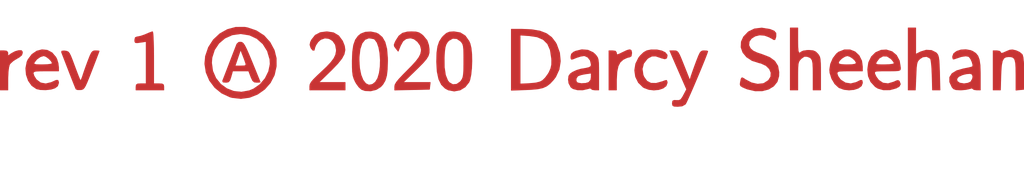
<source format=kicad_pcb>

(kicad_pcb (version 4) (host pcbnew 4.0.7)

	(general
		(links 0)
		(no_connects 0)
		(area 77.052499 41.877835 92.193313 53.630501)
		(thickness 1.6)
		(drawings 8)
		(tracks 0)
		(zones 0)
		(modules 1)
		(nets 1)
	)

	(page A4)
	(layers
		(0 F.Cu signal)
		(31 B.Cu signal)
		(32 B.Adhes user)
		(33 F.Adhes user)
		(34 B.Paste user)
		(35 F.Paste user)
		(36 B.SilkS user)
		(37 F.SilkS user)
		(38 B.Mask user)
		(39 F.Mask user)
		(40 Dwgs.User user)
		(41 Cmts.User user)
		(42 Eco1.User user)
		(43 Eco2.User user)
		(44 Edge.Cuts user)
		(45 Margin user)
		(46 B.CrtYd user)
		(47 F.CrtYd user)
		(48 B.Fab user)
		(49 F.Fab user)
	)

	(setup
		(last_trace_width 0.25)
		(trace_clearance 0.2)
		(zone_clearance 0.508)
		(zone_45_only no)
		(trace_min 0.2)
		(segment_width 0.2)
		(edge_width 0.15)
		(via_size 0.6)
		(via_drill 0.4)
		(via_min_size 0.4)
		(via_min_drill 0.3)
		(uvia_size 0.3)
		(uvia_drill 0.1)
		(uvias_allowed no)
		(uvia_min_size 0.2)
		(uvia_min_drill 0.1)
		(pcb_text_width 0.3)
		(pcb_text_size 1.5 1.5)
		(mod_edge_width 0.15)
		(mod_text_size 1 1)
		(mod_text_width 0.15)
		(pad_size 1.524 1.524)
		(pad_drill 0.762)
		(pad_to_mask_clearance 0.2)
		(aux_axis_origin 0 0)
		(visible_elements FFFFFF7F)
		(pcbplotparams
			(layerselection 0x010f0_80000001)
			(usegerberextensions false)
			(excludeedgelayer true)
			(linewidth 0.100000)
			(plotframeref false)
			(viasonmask false)
			(mode 1)
			(useauxorigin false)
			(hpglpennumber 1)
			(hpglpenspeed 20)
			(hpglpendiameter 15)
			(hpglpenoverlay 2)
			(psnegative false)
			(psa4output false)
			(plotreference true)
			(plotvalue true)
			(plotinvisibletext false)
			(padsonsilk false)
			(subtractmaskfromsilk false)
			(outputformat 1)
			(mirror false)
			(drillshape 1)
			(scaleselection 1)
			(outputdirectory gerbers/))
	)

	(net 0 "")

	(net_class Default "This is the default net class."
		(clearance 0.2)
		(trace_width 0.25)
		(via_dia 0.6)
		(via_drill 0.4)
		(uvia_dia 0.3)
		(uvia_drill 0.1)
	)
(module LOGO (layer F.Cu)
  (at 0 0)
 (fp_text reference "G***" (at 0 0) (layer F.SilkS) hide
  (effects (font (thickness 0.3)))
  )
  (fp_text value "LOGO" (at 0.75 0) (layer F.SilkS) hide
  (effects (font (thickness 0.3)))
  )
)
(module LOGO (layer F.Cu)
  (at 0 0)
 (fp_text reference "G***" (at 0 0) (layer F.SilkS) hide
  (effects (font (thickness 0.3)))
  )
  (fp_text value "LOGO" (at 0.75 0) (layer F.SilkS) hide
  (effects (font (thickness 0.3)))
  )
)
(module LOGO (layer F.Cu)
  (at 0 0)
 (fp_text reference "G***" (at 0 0) (layer F.SilkS) hide
  (effects (font (thickness 0.3)))
  )
  (fp_text value "LOGO" (at 0.75 0) (layer F.SilkS) hide
  (effects (font (thickness 0.3)))
  )
)
(module LOGO (layer F.Cu)
  (at 0 0)
 (fp_text reference "G***" (at 0 0) (layer F.SilkS) hide
  (effects (font (thickness 0.3)))
  )
  (fp_text value "LOGO" (at 0.75 0) (layer F.SilkS) hide
  (effects (font (thickness 0.3)))
  )
  (fp_poly (pts (xy 2.278845 -0.570295) (xy 2.301572 -0.562389) (xy 2.321982 -0.541345) (xy 2.344465 -0.500726) (xy 2.373411 -0.434096) (xy 2.413208 -0.335018) (xy 2.416743 -0.326126) (xy 2.514259 -0.080752)
     (xy 2.540310 -0.162084) (xy 2.560589 -0.221562) (xy 2.590296 -0.304176) (xy 2.623544 -0.393599) (xy 2.628802 -0.407458) (xy 2.660627 -0.488210) (xy 2.684467 -0.536998) (xy 2.706372 -0.561800)
     (xy 2.732391 -0.570591) (xy 2.753205 -0.571500) (xy 2.797162 -0.568999) (xy 2.815167 -0.563078) (xy 2.807117 -0.535487) (xy 2.784953 -0.476210) (xy 2.751651 -0.392290) (xy 2.710190 -0.290771)
     (xy 2.663545 -0.178695) (xy 2.614696 -0.063107) (xy 2.566618 0.048951) (xy 2.522289 0.150435) (xy 2.484686 0.234301) (xy 2.456787 0.293506) (xy 2.441568 0.321008) (xy 2.441358 0.321248)
     (xy 2.387492 0.351712) (xy 2.314470 0.359834) (xy 2.257027 0.357508) (xy 2.230304 0.345990) (xy 2.222753 0.318464) (xy 2.222500 0.305563) (xy 2.227449 0.268732) (xy 2.250841 0.256297)
     (xy 2.291292 0.257938) (xy 2.334359 0.258109) (xy 2.364230 0.242180) (xy 2.393112 0.201065) (xy 2.410477 0.169205) (xy 2.460871 0.073827) (xy 2.349653 -0.180045) (xy 2.304981 -0.282142)
     (xy 2.263904 -0.376248) (xy 2.230782 -0.452357) (xy 2.209977 -0.500468) (xy 2.209018 -0.502708) (xy 2.179599 -0.571500) (xy 2.249413 -0.571500) (xy 2.278845 -0.570295) )(layer F.Cu) (width  0.010000)
  )
  (fp_poly (pts (xy -4.871885 -0.956512) (xy -4.721491 -0.905789) (xy -4.593296 -0.823265) (xy -4.493829 -0.713155) (xy -4.492913 -0.711797) (xy -4.421648 -0.579202) (xy -4.388202 -0.444665) (xy -4.387729 -0.312133)
     (xy -4.420671 -0.164749) (xy -4.487739 -0.035082) (xy -4.583040 0.072956) (xy -4.700678 0.155449) (xy -4.834761 0.208482) (xy -4.979394 0.228143) (xy -5.128682 0.210515) (xy -5.160998 0.201421)
     (xy -5.299565 0.137701) (xy -5.414993 0.043802) (xy -5.503335 -0.073714) (xy -5.560648 -0.208286) (xy -5.582987 -0.353353) (xy -5.581427 -0.370416) (xy -5.468462 -0.370416) (xy -5.449504 -0.232483)
     (xy -5.396923 -0.112141) (xy -5.316702 -0.013105) (xy -5.214825 0.060912) (xy -5.097275 0.106196) (xy -4.970035 0.119035) (xy -4.839090 0.095714) (xy -4.766222 0.065399) (xy -4.659536 -0.009502)
     (xy -4.574776 -0.109579) (xy -4.517212 -0.225269) (xy -4.492113 -0.347006) (xy -4.495800 -0.425452) (xy -4.537637 -0.566559) (xy -4.611534 -0.684122) (xy -4.712752 -0.774001) (xy -4.836549 -0.832055)
     (xy -4.978186 -0.854143) (xy -4.986701 -0.854233) (xy -5.124479 -0.835069) (xy -5.246160 -0.780321) (xy -5.346407 -0.695346) (xy -5.419887 -0.585502) (xy -5.461265 -0.456148) (xy -5.468462 -0.370416)
     (xy -5.581427 -0.370416) (xy -5.571307 -0.481080) (xy -5.520863 -0.628558) (xy -5.439222 -0.754470) (xy -5.332153 -0.854894) (xy -5.205430 -0.925905) (xy -5.064821 -0.963582) (xy -4.916100 -0.964002)
     (xy -4.871885 -0.956512) )(layer F.Cu) (width  0.010000)
  )
  (fp_poly (pts (xy -2.722767 -0.869462) (xy -2.685691 -0.852421) (xy -2.619305 -0.795897) (xy -2.572361 -0.713948) (xy -2.543363 -0.602247) (xy -2.530816 -0.456470) (xy -2.530031 -0.402166) (xy -2.533718 -0.262188)
     (xy -2.546484 -0.155686) (xy -2.570536 -0.074363) (xy -2.608082 -0.009925) (xy -2.645333 0.031271) (xy -2.720481 0.077964) (xy -2.813376 0.100452) (xy -2.906874 0.096407) (xy -2.966533 0.074871)
     (xy -3.008548 0.037430) (xy -3.052581 -0.022332) (xy -3.072367 -0.057788) (xy -3.094523 -0.107773) (xy -3.108944 -0.157197) (xy -3.117178 -0.216962) (xy -3.120774 -0.297969) (xy -3.121315 -0.402166)
     (xy -3.120686 -0.419083) (xy -3.005548 -0.419083) (xy -2.997485 -0.282111) (xy -2.974623 -0.168273) (xy -2.939385 -0.080861) (xy -2.894198 -0.023167) (xy -2.841484 0.001516) (xy -2.783669 -0.010103)
     (xy -2.733533 -0.049687) (xy -2.695740 -0.112133) (xy -2.669870 -0.200060) (xy -2.655551 -0.304470) (xy -2.652414 -0.416365) (xy -2.660088 -0.526746) (xy -2.678202 -0.626615) (xy -2.706385 -0.706973)
     (xy -2.744268 -0.758823) (xy -2.763198 -0.770018) (xy -2.842349 -0.783152) (xy -2.907185 -0.757683) (xy -2.956587 -0.695233) (xy -2.989435 -0.597424) (xy -3.004609 -0.465877) (xy -3.005548 -0.419083)
     (xy -3.120686 -0.419083) (xy -3.115748 -0.551769) (xy -3.098753 -0.666452) (xy -3.068281 -0.752574) (xy -3.022286 -0.816496) (xy -2.975881 -0.854017) (xy -2.901690 -0.881693) (xy -2.810926 -0.886806)
     (xy -2.722767 -0.869462) )(layer F.Cu) (width  0.010000)
  )
  (fp_poly (pts (xy -1.316774 -0.871978) (xy -1.233903 -0.819932) (xy -1.171317 -0.731391) (xy -1.152774 -0.688744) (xy -1.134888 -0.613953) (xy -1.124885 -0.512602) (xy -1.122412 -0.396836) (xy -1.127119 -0.278803)
     (xy -1.138652 -0.170650) (xy -1.156662 -0.084526) (xy -1.171364 -0.046689) (xy -1.236322 0.035063) (xy -1.321959 0.085965) (xy -1.418554 0.103460) (xy -1.516387 0.084992) (xy -1.568495 0.057719)
     (xy -1.632356 -0.005290) (xy -1.677107 -0.097760) (xy -1.703780 -0.222894) (xy -1.713408 -0.383896) (xy -1.713455 -0.391583) (xy -1.711577 -0.457628) (xy -1.584113 -0.457628) (xy -1.582324 -0.292215)
     (xy -1.563226 -0.164472) (xy -1.526607 -0.073341) (xy -1.500434 -0.039934) (xy -1.441895 -0.006878) (xy -1.377815 -0.011903) (xy -1.317735 -0.053535) (xy -1.303843 -0.070313) (xy -1.285271 -0.099374)
     (xy -1.272688 -0.133197) (xy -1.264959 -0.180264) (xy -1.260949 -0.249051) (xy -1.259520 -0.348040) (xy -1.259416 -0.401942) (xy -1.259835 -0.514348) (xy -1.261975 -0.592733) (xy -1.267161 -0.645406)
     (xy -1.276720 -0.680676) (xy -1.291976 -0.706853) (xy -1.311667 -0.729500) (xy -1.376046 -0.773095) (xy -1.444122 -0.776486) (xy -1.508232 -0.740249) (xy -1.532490 -0.712873) (xy -1.555180 -0.674213)
     (xy -1.569950 -0.624676) (xy -1.578963 -0.553568) (xy -1.584113 -0.457628) (xy -1.711577 -0.457628) (xy -1.709444 -0.532640) (xy -1.694518 -0.640761) (xy -1.666379 -0.724457) (xy -1.622730 -0.792239)
     (xy -1.598018 -0.819215) (xy -1.547912 -0.862868) (xy -1.499734 -0.883390) (xy -1.432867 -0.888950) (xy -1.421907 -0.889000) (xy -1.316774 -0.871978) )(layer F.Cu) (width  0.010000)
  )
  (fp_poly (pts (xy 3.850043 -0.929472) (xy 3.857373 -0.927323) (xy 3.923232 -0.900267) (xy 3.953077 -0.864455) (xy 3.953225 -0.810649) (xy 3.949267 -0.792922) (xy 3.936602 -0.756225) (xy 3.916624 -0.754477)
     (xy 3.888776 -0.772327) (xy 3.835903 -0.800420) (xy 3.769786 -0.824769) (xy 3.763149 -0.826632) (xy 3.681791 -0.833900) (xy 3.606047 -0.815651) (xy 3.544725 -0.777689) (xy 3.506635 -0.725813)
     (xy 3.500586 -0.665827) (xy 3.503297 -0.655492) (xy 3.527347 -0.607369) (xy 3.570033 -0.569480) (xy 3.639593 -0.536338) (xy 3.724307 -0.508306) (xy 3.847763 -0.459903) (xy 3.933213 -0.397445)
     (xy 3.983793 -0.316847) (xy 4.002639 -0.214022) (xy 4.000755 -0.148166) (xy 3.973859 -0.054433) (xy 3.914584 0.019676) (xy 3.829235 0.071721) (xy 3.724120 0.099265) (xy 3.605547 0.099868)
     (xy 3.479821 0.071094) (xy 3.456226 0.062334) (xy 3.393716 0.036134) (xy 3.362382 0.014949) (xy 3.353709 -0.010930) (xy 3.358725 -0.048818) (xy 3.370696 -0.103503) (xy 3.385683 -0.121933)
     (xy 3.414843 -0.109397) (xy 3.443851 -0.089164) (xy 3.543501 -0.036345) (xy 3.645864 -0.013732) (xy 3.738988 -0.023625) (xy 3.754606 -0.029350) (xy 3.827516 -0.076488) (xy 3.865329 -0.136835)
     (xy 3.869905 -0.202958) (xy 3.843108 -0.267424) (xy 3.786798 -0.322802) (xy 3.702838 -0.361659) (xy 3.669369 -0.369592) (xy 3.553219 -0.406646) (xy 3.462151 -0.466098) (xy 3.399590 -0.542167)
     (xy 3.368963 -0.629075) (xy 3.373696 -0.721039) (xy 3.411678 -0.804333) (xy 3.491604 -0.887481) (xy 3.594212 -0.936855) (xy 3.715145 -0.951253) (xy 3.850043 -0.929472) )(layer F.Cu) (width  0.010000)
  )
  (fp_poly (pts (xy -8.643144 -0.574964) (xy -8.626862 -0.554808) (xy -8.625416 -0.534856) (xy -8.638191 -0.497239) (xy -8.681244 -0.461314) (xy -8.720595 -0.439606) (xy -8.782246 -0.400698) (xy -8.829408 -0.357143)
     (xy -8.841991 -0.338666) (xy -8.854445 -0.292300) (xy -8.863691 -0.216698) (xy -8.868274 -0.124921) (xy -8.868521 -0.100541) (xy -8.868833 0.084667) (xy -8.995833 0.084667) (xy -8.995833 -0.571500)
     (xy -8.932333 -0.571500) (xy -8.886084 -0.565032) (xy -8.869638 -0.540463) (xy -8.868833 -0.527725) (xy -8.868833 -0.483951) (xy -8.809371 -0.526291) (xy -8.748299 -0.558488) (xy -8.687663 -0.575357)
     (xy -8.643144 -0.574964) )(layer F.Cu) (width  0.010000)
  )
  (fp_poly (pts (xy -8.211280 -0.579743) (xy -8.131733 -0.538218) (xy -8.068446 -0.464288) (xy -8.050995 -0.429305) (xy -8.030428 -0.361392) (xy -8.022166 -0.297013) (xy -8.022166 -0.232833) (xy -8.233833 -0.232833)
     (xy -8.330307 -0.232201) (xy -8.392082 -0.229327) (xy -8.426787 -0.222744) (xy -8.442050 -0.210985) (xy -8.445499 -0.192583) (xy -8.445500 -0.192124) (xy -8.432422 -0.150260) (xy -8.400047 -0.097993)
     (xy -8.390702 -0.086291) (xy -8.322089 -0.034990) (xy -8.237337 -0.019941) (xy -8.143559 -0.042017) (xy -8.120289 -0.053047) (xy -8.063506 -0.078825) (xy -8.033698 -0.078983) (xy -8.022925 -0.051841)
     (xy -8.022166 -0.032293) (xy -8.039012 0.017878) (xy -8.084615 0.052373) (xy -8.152583 0.073167) (xy -8.240956 0.082344) (xy -8.329210 0.079097) (xy -8.392583 0.064473) (xy -8.470361 0.010928)
     (xy -8.528115 -0.070981) (xy -8.562850 -0.170857) (xy -8.571569 -0.278306) (xy -8.555915 -0.359007) (xy -8.433479 -0.359007) (xy -8.426352 -0.346697) (xy -8.395985 -0.340719) (xy -8.334828 -0.338806)
     (xy -8.287495 -0.338666) (xy -8.202728 -0.341446) (xy -8.147423 -0.349191) (xy -8.128000 -0.360795) (xy -8.144286 -0.395715) (xy -8.183249 -0.437112) (xy -8.230046 -0.471858) (xy -8.269834 -0.486826)
     (xy -8.270495 -0.486833) (xy -8.327455 -0.470227) (xy -8.385798 -0.428881) (xy -8.424914 -0.379914) (xy -8.433479 -0.359007) (xy -8.555915 -0.359007) (xy -8.551274 -0.382932) (xy -8.533307 -0.423663)
     (xy -8.468102 -0.510825) (xy -8.387403 -0.565954) (xy -8.299150 -0.588958) (xy -8.211280 -0.579743) )(layer F.Cu) (width  0.010000)
  )
  (fp_poly (pts (xy -7.362658 -0.569638) (xy -7.344833 -0.565262) (xy -7.352101 -0.544455) (xy -7.372185 -0.490977) (xy -7.402508 -0.411588) (xy -7.440493 -0.313051) (xy -7.467864 -0.242470) (xy -7.514161 -0.124147)
     (xy -7.548727 -0.039544) (xy -7.574959 0.017159) (xy -7.596252 0.051780) (xy -7.616002 0.070138) (xy -7.637604 0.078053) (xy -7.656378 0.080568) (xy -7.705260 0.080192) (xy -7.732073 0.070268)
     (xy -7.732255 0.069985) (xy -7.743246 0.045060) (xy -7.766400 -0.011865) (xy -7.798714 -0.093269) (xy -7.837183 -0.191629) (xy -7.853157 -0.232833) (xy -7.893393 -0.336856) (xy -7.928654 -0.427981)
     (xy -7.955888 -0.498324) (xy -7.972043 -0.540000) (xy -7.974610 -0.546596) (xy -7.970572 -0.565306) (xy -7.933580 -0.569165) (xy -7.915404 -0.567763) (xy -7.885220 -0.563354) (xy -7.862078 -0.552433)
     (xy -7.841565 -0.528157) (xy -7.819271 -0.483684) (xy -7.790784 -0.412171) (xy -7.757743 -0.323214) (xy -7.722837 -0.229911) (xy -7.692588 -0.151864) (xy -7.670246 -0.097274) (xy -7.659092 -0.074369)
     (xy -7.647029 -0.085404) (xy -7.629641 -0.126253) (xy -7.621962 -0.149964) (xy -7.601741 -0.211839) (xy -7.571891 -0.296615) (xy -7.538250 -0.387784) (xy -7.532051 -0.404101) (xy -7.499785 -0.485833)
     (xy -7.475701 -0.535538) (xy -7.453882 -0.561105) (xy -7.428410 -0.570421) (xy -7.406480 -0.571500) (xy -7.362658 -0.569638) )(layer F.Cu) (width  0.010000)
  )
  (fp_poly (pts (xy -6.447826 -0.868864) (xy -6.442830 -0.812575) (xy -6.438801 -0.726312) (xy -6.436009 -0.616253) (xy -6.434722 -0.488576) (xy -6.434666 -0.455083) (xy -6.434666 -0.021166) (xy -6.350000 -0.021166)
     (xy -6.295451 -0.018278) (xy -6.271205 -0.004655) (xy -6.265363 0.027142) (xy -6.265333 0.031750) (xy -6.265333 0.084667) (xy -6.731000 0.084667) (xy -6.731000 0.031750) (xy -6.726379 -0.002343)
     (xy -6.704581 -0.017496) (xy -6.653706 -0.021148) (xy -6.646333 -0.021166) (xy -6.561666 -0.021166) (xy -6.561666 -0.724473) (xy -6.656916 -0.710190) (xy -6.715191 -0.702979) (xy -6.742993 -0.707663)
     (xy -6.751569 -0.728957) (xy -6.752166 -0.750120) (xy -6.743317 -0.791668) (xy -6.710261 -0.804633) (xy -6.704541 -0.804798) (xy -6.656669 -0.813704) (xy -6.591860 -0.835601) (xy -6.564647 -0.847131)
     (xy -6.506467 -0.871867) (xy -6.464047 -0.886896) (xy -6.453522 -0.889000) (xy -6.447826 -0.868864) )(layer F.Cu) (width  0.010000)
  )
  (fp_poly (pts (xy -3.433457 -0.872479) (xy -3.347327 -0.822055) (xy -3.283915 -0.736435) (xy -3.280384 -0.729321) (xy -3.250197 -0.652992) (xy -3.240670 -0.583757) (xy -3.254349 -0.515430) (xy -3.293783 -0.441825)
     (xy -3.361523 -0.356755) (xy -3.460116 -0.254036) (xy -3.487139 -0.227541) (xy -3.677549 -0.042333) (xy -3.238500 -0.042333) (xy -3.238500 0.084667) (xy -3.831166 0.084667) (xy -3.831166 0.022631)
     (xy -3.825684 -0.010227) (xy -3.805831 -0.046758) (xy -3.766499 -0.093397) (xy -3.702579 -0.156579) (xy -3.650511 -0.204911) (xy -3.547790 -0.302125) (xy -3.474493 -0.380143) (xy -3.426259 -0.445280)
     (xy -3.398729 -0.503849) (xy -3.387542 -0.562165) (xy -3.386666 -0.586987) (xy -3.402964 -0.671922) (xy -3.445949 -0.735291) (xy -3.506758 -0.773286) (xy -3.576527 -0.782099) (xy -3.646393 -0.757922)
     (xy -3.691702 -0.718042) (xy -3.727132 -0.666220) (xy -3.745697 -0.620106) (xy -3.746500 -0.612209) (xy -3.755894 -0.577238) (xy -3.778628 -0.577090) (xy -3.806534 -0.610127) (xy -3.814500 -0.625841)
     (xy -3.827418 -0.670280) (xy -3.818291 -0.715235) (xy -3.799249 -0.754476) (xy -3.738803 -0.830862) (xy -3.655057 -0.874935) (xy -3.544442 -0.889000) (xy -3.433457 -0.872479) )(layer F.Cu) (width  0.010000)
  )
  (fp_poly (pts (xy -2.057937 -0.886078) (xy -2.007003 -0.873058) (xy -1.961781 -0.843559) (xy -1.934447 -0.819567) (xy -1.871209 -0.742787) (xy -1.844614 -0.666109) (xy -1.835052 -0.595560) (xy -1.835686 -0.538203)
     (xy -1.850457 -0.486305) (xy -1.883304 -0.432136) (xy -1.938167 -0.367963) (xy -2.018986 -0.286054) (xy -2.057282 -0.248708) (xy -2.269956 -0.042333) (xy -1.817521 -0.042333) (xy -1.824219 0.015875)
     (xy -1.830916 0.074084) (xy -2.121958 0.079972) (xy -2.413000 0.085861) (xy -2.413000 0.026615) (xy -2.406303 -0.006046) (xy -2.383291 -0.046376) (xy -2.339576 -0.100070) (xy -2.270774 -0.172822)
     (xy -2.220984 -0.222691) (xy -2.123842 -0.321141) (xy -2.054432 -0.398093) (xy -2.008506 -0.459783) (xy -1.981812 -0.512448) (xy -1.970102 -0.562325) (xy -1.968500 -0.593244) (xy -1.986146 -0.660025)
     (xy -2.031006 -0.722445) (xy -2.090967 -0.767699) (xy -2.148180 -0.783166) (xy -2.221104 -0.771181) (xy -2.274061 -0.730709) (xy -2.315744 -0.654977) (xy -2.317125 -0.651555) (xy -2.353342 -0.561042)
     (xy -2.393284 -0.610369) (xy -2.417140 -0.643304) (xy -2.421821 -0.670976) (xy -2.407116 -0.710323) (xy -2.391647 -0.741199) (xy -2.341884 -0.818699) (xy -2.282375 -0.864701) (xy -2.201756 -0.885693)
     (xy -2.132813 -0.889000) (xy -2.057937 -0.886078) )(layer F.Cu) (width  0.010000)
  )
  (fp_poly (pts (xy -0.125512 -0.923900) (xy 0.013467 -0.900123) (xy 0.122894 -0.857782) (xy 0.207944 -0.794659) (xy 0.273794 -0.708535) (xy 0.290144 -0.678734) (xy 0.340850 -0.539225) (xy 0.355044 -0.396766)
     (xy 0.333408 -0.259475) (xy 0.276625 -0.135470) (xy 0.240391 -0.086869) (xy 0.182818 -0.025150) (xy 0.126854 0.018572) (xy 0.063101 0.047741) (xy -0.017844 0.065796) (xy -0.125380 0.076179)
     (xy -0.216958 0.080556) (xy -0.465666 0.089885) (xy -0.465666 -0.016539) (xy -0.317500 -0.016539) (xy -0.159824 -0.024502) (xy -0.058984 -0.033704) (xy 0.011033 -0.050949) (xy 0.057135 -0.075679)
     (xy 0.103189 -0.121233) (xy 0.149763 -0.185373) (xy 0.165583 -0.212906) (xy 0.193551 -0.275364) (xy 0.206493 -0.335403) (xy 0.207576 -0.411611) (xy 0.205595 -0.447779) (xy 0.184620 -0.583660)
     (xy 0.139629 -0.685865) (xy 0.067541 -0.757510) (xy -0.034724 -0.801714) (xy -0.163303 -0.821171) (xy -0.317500 -0.831067) (xy -0.317500 -0.016539) (xy -0.465666 -0.016539) (xy -0.465666 -0.931333)
     (xy -0.299222 -0.931333) (xy -0.125512 -0.923900) )(layer F.Cu) (width  0.010000)
  )
  (fp_poly (pts (xy 0.814388 -0.581205) (xy 0.901752 -0.540649) (xy 0.935939 -0.509747) (xy 0.960405 -0.480773) (xy 0.976942 -0.452849) (xy 0.987100 -0.417271) (xy 0.992433 -0.365336) (xy 0.994494 -0.288341)
     (xy 0.994834 -0.179583) (xy 0.994834 0.084667) (xy 0.931334 0.084667) (xy 0.886746 0.078687) (xy 0.867838 0.064279) (xy 0.867834 0.064024) (xy 0.850996 0.054068) (xy 0.813539 0.064024)
     (xy 0.727678 0.083821) (xy 0.640328 0.083157) (xy 0.566356 0.063379) (xy 0.529991 0.038342) (xy 0.494100 -0.029836) (xy 0.489957 -0.063558) (xy 0.617253 -0.063558) (xy 0.640163 -0.035237)
     (xy 0.640292 -0.035185) (xy 0.702893 -0.023692) (xy 0.775672 -0.027669) (xy 0.826892 -0.043078) (xy 0.860893 -0.084440) (xy 0.867834 -0.130622) (xy 0.867834 -0.196254) (xy 0.769427 -0.182766)
     (xy 0.704114 -0.169761) (xy 0.654357 -0.152720) (xy 0.642427 -0.145547) (xy 0.618135 -0.106886) (xy 0.617253 -0.063558) (xy 0.489957 -0.063558) (xy 0.486834 -0.088969) (xy 0.493103 -0.148282)
     (xy 0.519597 -0.186772) (xy 0.555625 -0.211916) (xy 0.624328 -0.244414) (xy 0.695882 -0.265303) (xy 0.698500 -0.265741) (xy 0.782354 -0.280043) (xy 0.832741 -0.292464) (xy 0.858121 -0.306963)
     (xy 0.866955 -0.327497) (xy 0.867834 -0.344943) (xy 0.852012 -0.410542) (xy 0.811834 -0.462047) (xy 0.758233 -0.486345) (xy 0.749537 -0.486833) (xy 0.694732 -0.478602) (xy 0.629503 -0.458449)
     (xy 0.621152 -0.455083) (xy 0.565269 -0.432324) (xy 0.538320 -0.427459) (xy 0.529789 -0.443033) (xy 0.529167 -0.477330) (xy 0.538850 -0.518353) (xy 0.574712 -0.548638) (xy 0.607903 -0.564225)
     (xy 0.712801 -0.589668) (xy 0.814388 -0.581205) )(layer F.Cu) (width  0.010000)
  )
  (fp_poly (pts (xy 1.536960 -0.577745) (xy 1.544941 -0.541002) (xy 1.545167 -0.529166) (xy 1.537523 -0.481360) (xy 1.511524 -0.465691) (xy 1.508125 -0.465587) (xy 1.465951 -0.454919) (xy 1.411243 -0.428885)
     (xy 1.403591 -0.424355) (xy 1.352931 -0.379687) (xy 1.318693 -0.314053) (xy 1.298871 -0.221099) (xy 1.291456 -0.094473) (xy 1.291285 -0.068791) (xy 1.291167 0.084667) (xy 1.164167 0.084667)
     (xy 1.164167 -0.571500) (xy 1.227667 -0.571500) (xy 1.274741 -0.564390) (xy 1.290827 -0.539109) (xy 1.291167 -0.532045) (xy 1.294052 -0.510575) (xy 1.308907 -0.506355) (xy 1.345028 -0.520380)
     (xy 1.390004 -0.542629) (xy 1.465960 -0.577997) (xy 1.512790 -0.589889) (xy 1.536960 -0.577745) )(layer F.Cu) (width  0.010000)
  )
  (fp_poly (pts (xy 1.965019 -0.586565) (xy 2.044829 -0.569908) (xy 2.104975 -0.540699) (xy 2.135764 -0.502552) (xy 2.137834 -0.489162) (xy 2.128713 -0.446988) (xy 2.097792 -0.434145) (xy 2.039733 -0.449037)
     (xy 2.024345 -0.455224) (xy 1.943855 -0.481555) (xy 1.881964 -0.480430) (xy 1.823871 -0.450401) (xy 1.802589 -0.433548) (xy 1.744018 -0.358607) (xy 1.720835 -0.267409) (xy 1.734673 -0.169241)
     (xy 1.749712 -0.132582) (xy 1.799110 -0.064217) (xy 1.865900 -0.029486) (xy 1.953270 -0.027851) (xy 2.064410 -0.058775) (xy 2.100792 -0.073437) (xy 2.128188 -0.077097) (xy 2.137451 -0.049565)
     (xy 2.137834 -0.034558) (xy 2.118998 0.016231) (xy 2.068954 0.054397) (xy 1.997394 0.078232) (xy 1.914010 0.086031) (xy 1.828495 0.076087) (xy 1.750542 0.046694) (xy 1.734005 0.036535)
     (xy 1.655722 -0.039748) (xy 1.608500 -0.136311) (xy 1.593091 -0.243879) (xy 1.610248 -0.353176) (xy 1.660722 -0.454926) (xy 1.691118 -0.492198) (xy 1.746584 -0.545093) (xy 1.797717 -0.572988)
     (xy 1.863969 -0.585905) (xy 1.875239 -0.587057) (xy 1.965019 -0.586565) )(layer F.Cu) (width  0.010000)
  )
  (fp_poly (pts (xy 4.318000 -0.740833) (xy 4.319314 -0.637520) (xy 4.324240 -0.571771) (xy 4.334254 -0.538871) (xy 4.350834 -0.534107) (xy 4.375456 -0.552762) (xy 4.376561 -0.553861) (xy 4.411377 -0.568679)
     (xy 4.470709 -0.577491) (xy 4.500561 -0.578555) (xy 4.569540 -0.573565) (xy 4.615455 -0.553797) (xy 4.649433 -0.520931) (xy 4.669851 -0.494502) (xy 4.683742 -0.465682) (xy 4.692353 -0.426120)
     (xy 4.696933 -0.367468) (xy 4.698729 -0.281378) (xy 4.699000 -0.189320) (xy 4.699000 0.084667) (xy 4.572000 0.084667) (xy 4.572000 -0.166741) (xy 4.571132 -0.280224) (xy 4.566897 -0.358914)
     (xy 4.556847 -0.410340) (xy 4.538534 -0.442032) (xy 4.509511 -0.461521) (xy 4.471811 -0.474974) (xy 4.425795 -0.475227) (xy 4.377585 -0.442361) (xy 4.371269 -0.436193) (xy 4.347884 -0.410311)
     (xy 4.332572 -0.382532) (xy 4.323632 -0.343690) (xy 4.319365 -0.284619) (xy 4.318068 -0.196153) (xy 4.318000 -0.149129) (xy 4.318000 0.084667) (xy 4.191000 0.084667) (xy 4.191000 -0.952500)
     (xy 4.318000 -0.952500) (xy 4.318000 -0.740833) )(layer F.Cu) (width  0.010000)
  )
  (fp_poly (pts (xy 5.189317 -0.587388) (xy 5.273351 -0.553683) (xy 5.340704 -0.490666) (xy 5.384330 -0.402602) (xy 5.397500 -0.309009) (xy 5.397500 -0.232833) (xy 5.185834 -0.232833) (xy 5.089596 -0.232299)
     (xy 5.028001 -0.229633) (xy 4.993363 -0.223238) (xy 4.977996 -0.211518) (xy 4.974211 -0.192876) (xy 4.974167 -0.188872) (xy 4.988509 -0.146463) (xy 5.024145 -0.095753) (xy 5.036039 -0.083038)
     (xy 5.112476 -0.034481) (xy 5.202591 -0.020799) (xy 5.294250 -0.043310) (xy 5.312834 -0.052916) (xy 5.363930 -0.078456) (xy 5.389194 -0.077233) (xy 5.397189 -0.047161) (xy 5.397500 -0.032293)
     (xy 5.378570 0.016800) (xy 5.328292 0.053991) (xy 5.256430 0.077460) (xy 5.172750 0.085391) (xy 5.087018 0.075966) (xy 5.009000 0.047366) (xy 4.999395 0.041817) (xy 4.934793 -0.018330)
     (xy 4.883287 -0.104819) (xy 4.852900 -0.201960) (xy 4.848097 -0.254000) (xy 4.863526 -0.350329) (xy 4.871583 -0.368880) (xy 4.995334 -0.368880) (xy 5.005441 -0.352260) (xy 5.040569 -0.342771)
     (xy 5.107926 -0.338943) (xy 5.143500 -0.338666) (xy 5.225005 -0.340728) (xy 5.271539 -0.347891) (xy 5.290313 -0.361626) (xy 5.291667 -0.368880) (xy 5.274624 -0.404363) (xy 5.233612 -0.443884)
     (xy 5.183807 -0.475362) (xy 5.143500 -0.486833) (xy 5.098928 -0.473266) (xy 5.049284 -0.440617) (xy 5.009743 -0.400968) (xy 4.995334 -0.368880) (xy 4.871583 -0.368880) (xy 4.904467 -0.444592)
     (xy 4.962895 -0.521100) (xy 4.999395 -0.549817) (xy 5.095649 -0.587520) (xy 5.189317 -0.587388) )(layer F.Cu) (width  0.010000)
  )
  (fp_poly (pts (xy 5.891499 -0.556637) (xy 5.965416 -0.494226) (xy 6.013618 -0.403394) (xy 6.032281 -0.289073) (xy 6.032382 -0.280458) (xy 6.030573 -0.259182) (xy 6.019976 -0.245422) (xy 5.993027 -0.237542)
     (xy 5.942165 -0.233907) (xy 5.859826 -0.232880) (xy 5.812232 -0.232833) (xy 5.713965 -0.232506) (xy 5.650857 -0.230434) (xy 5.615735 -0.224981) (xy 5.601425 -0.214511) (xy 5.600753 -0.197387)
     (xy 5.603436 -0.185208) (xy 5.625499 -0.137587) (xy 5.664089 -0.084714) (xy 5.668915 -0.079375) (xy 5.739481 -0.032059) (xy 5.825259 -0.022061) (xy 5.920499 -0.049918) (xy 5.930527 -0.054913)
     (xy 5.977471 -0.075256) (xy 6.003042 -0.072576) (xy 6.013818 -0.060204) (xy 6.030897 -0.012420) (xy 6.010756 0.024906) (xy 5.959097 0.053997) (xy 5.853092 0.082289) (xy 5.746920 0.082948)
     (xy 5.653759 0.056908) (xy 5.610031 0.029229) (xy 5.534917 -0.052290) (xy 5.494002 -0.146368) (xy 5.482246 -0.258240) (xy 5.497113 -0.362125) (xy 5.621747 -0.362125) (xy 5.624841 -0.347934)
     (xy 5.649806 -0.341064) (xy 5.704123 -0.338858) (xy 5.767172 -0.338666) (xy 5.851939 -0.341446) (xy 5.907244 -0.349191) (xy 5.926667 -0.360795) (xy 5.912900 -0.389528) (xy 5.879295 -0.430210)
     (xy 5.874712 -0.434879) (xy 5.807828 -0.478457) (xy 5.739818 -0.481653) (xy 5.677056 -0.445749) (xy 5.633046 -0.386291) (xy 5.621747 -0.362125) (xy 5.497113 -0.362125) (xy 5.498951 -0.374966)
     (xy 5.545463 -0.471228) (xy 5.616640 -0.541656) (xy 5.707341 -0.580877) (xy 5.795693 -0.585695) (xy 5.891499 -0.556637) )(layer F.Cu) (width  0.010000)
  )
  (fp_poly (pts (xy 6.286500 -0.513311) (xy 6.369331 -0.554292) (xy 6.461406 -0.581926) (xy 6.550139 -0.576781) (xy 6.623799 -0.540133) (xy 6.639658 -0.524917) (xy 6.655849 -0.500932) (xy 6.667392 -0.465596)
     (xy 6.675332 -0.411403) (xy 6.680712 -0.330848) (xy 6.684576 -0.216429) (xy 6.685015 -0.198929) (xy 6.691947 0.084667) (xy 6.565212 0.084667) (xy 6.558148 -0.168334) (xy 6.553709 -0.268553)
     (xy 6.546872 -0.353496) (xy 6.538575 -0.414090) (xy 6.529917 -0.441121) (xy 6.468600 -0.474347) (xy 6.402956 -0.466233) (xy 6.359084 -0.437996) (xy 6.333446 -0.413808) (xy 6.316184 -0.387799)
     (xy 6.305160 -0.350993) (xy 6.298234 -0.294412) (xy 6.293266 -0.209082) (xy 6.290792 -0.151478) (xy 6.281062 0.084667) (xy 6.159500 0.084667) (xy 6.159500 -0.952500) (xy 6.286500 -0.952500)
     (xy 6.286500 -0.513311) )(layer F.Cu) (width  0.010000)
  )
  (fp_poly (pts (xy 7.201812 -0.576246) (xy 7.239693 -0.560558) (xy 7.289532 -0.527358) (xy 7.324821 -0.482878) (xy 7.347790 -0.420042) (xy 7.360669 -0.331777) (xy 7.365688 -0.211006) (xy 7.366000 -0.159801)
     (xy 7.366000 0.084667) (xy 7.302500 0.084667) (xy 7.257912 0.078687) (xy 7.239005 0.064279) (xy 7.239000 0.064024) (xy 7.222163 0.054068) (xy 7.184706 0.064024) (xy 7.130481 0.076520)
     (xy 7.057353 0.083857) (xy 7.026444 0.084667) (xy 6.958056 0.080696) (xy 6.917210 0.065407) (xy 6.891672 0.037042) (xy 6.851497 -0.050930) (xy 6.851489 -0.099379) (xy 6.972078 -0.099379)
     (xy 6.979319 -0.061120) (xy 7.020846 -0.032143) (xy 7.091913 -0.021166) (xy 7.155070 -0.029790) (xy 7.202121 -0.051178) (xy 7.205738 -0.054428) (xy 7.232338 -0.101662) (xy 7.239000 -0.139095)
     (xy 7.228887 -0.175320) (xy 7.195066 -0.190255) (xy 7.132312 -0.184797) (xy 7.066481 -0.168802) (xy 7.000631 -0.138185) (xy 6.972078 -0.099379) (xy 6.851489 -0.099379) (xy 6.851483 -0.126915)
     (xy 6.890847 -0.189691) (xy 6.968809 -0.238038) (xy 7.084586 -0.270734) (xy 7.089110 -0.271544) (xy 7.160068 -0.285317) (xy 7.212746 -0.297924) (xy 7.234581 -0.306025) (xy 7.238452 -0.335305)
     (xy 7.225764 -0.383455) (xy 7.202874 -0.433754) (xy 7.176143 -0.469478) (xy 7.170952 -0.473366) (xy 7.121343 -0.483138) (xy 7.044794 -0.471473) (xy 6.949984 -0.439814) (xy 6.937375 -0.434563)
     (xy 6.910217 -0.430844) (xy 6.900811 -0.457884) (xy 6.900334 -0.475065) (xy 6.919244 -0.524712) (xy 6.969125 -0.562243) (xy 7.039698 -0.585068) (xy 7.120686 -0.590599) (xy 7.201812 -0.576246) )(layer F.Cu) (width  0.010000)
  )
  (fp_poly (pts (xy 7.959755 -0.573675) (xy 8.019118 -0.546680) (xy 8.061789 -0.511087) (xy 8.067340 -0.502693) (xy 8.078160 -0.460898) (xy 8.086698 -0.384545) (xy 8.092288 -0.281376) (xy 8.094144 -0.191231)
     (xy 8.096250 0.074084) (xy 8.027459 0.080716) (xy 7.958667 0.087349) (xy 7.958667 -0.165400) (xy 7.957224 -0.285404) (xy 7.951276 -0.369403) (xy 7.938389 -0.423676) (xy 7.916131 -0.454502)
     (xy 7.882070 -0.468158) (xy 7.840295 -0.470958) (xy 7.791784 -0.465374) (xy 7.757106 -0.444659) (xy 7.733749 -0.402867) (xy 7.719203 -0.334053) (xy 7.710957 -0.232273) (xy 7.708137 -0.158050)
     (xy 7.701024 0.084667) (xy 7.577667 0.084667) (xy 7.577667 -0.571500) (xy 7.641167 -0.571500) (xy 7.689910 -0.562770) (xy 7.704667 -0.542405) (xy 7.713371 -0.528310) (xy 7.744420 -0.534839)
     (xy 7.790767 -0.555910) (xy 7.852037 -0.581816) (xy 7.901002 -0.586837) (xy 7.959755 -0.573675) )(layer F.Cu) (width  0.010000)
  )
  (fp_poly (pts (xy -4.958281 -0.709282) (xy -4.937932 -0.692391) (xy -4.915310 -0.659299) (xy -4.887304 -0.604456) (xy -4.850801 -0.522313) (xy -4.802688 -0.407322) (xy -4.791854 -0.381000) (xy -4.747233 -0.272146)
     (xy -4.708824 -0.177924) (xy -4.679275 -0.104870) (xy -4.661234 -0.059521) (xy -4.656846 -0.047625) (xy -4.675079 -0.043840) (xy -4.717291 -0.042333) (xy -4.756802 -0.047916) (xy -4.783819 -0.071626)
     (xy -4.808976 -0.123905) (xy -4.814291 -0.137583) (xy -4.850668 -0.232833) (xy -5.116831 -0.232833) (xy -5.143500 -0.137583) (xy -5.162861 -0.078991) (xy -5.184397 -0.050995) (xy -5.218419 -0.042645)
     (xy -5.233182 -0.042333) (xy -5.276109 -0.046711) (xy -5.285834 -0.064276) (xy -5.281229 -0.079375) (xy -5.268308 -0.112304) (xy -5.243575 -0.176117) (xy -5.210370 -0.262169) (xy -5.189084 -0.317500)
     (xy -5.075321 -0.317500) (xy -4.980984 -0.317500) (xy -4.923447 -0.319252) (xy -4.898712 -0.328299) (xy -4.897278 -0.350329) (xy -4.901434 -0.365125) (xy -4.918657 -0.415153) (xy -4.943259 -0.480842)
     (xy -4.950485 -0.499308) (xy -4.984750 -0.585866) (xy -5.030035 -0.451683) (xy -5.075321 -0.317500) (xy -5.189084 -0.317500) (xy -5.172035 -0.361816) (xy -5.164666 -0.381000) (xy -5.125699 -0.482341)
     (xy -5.091197 -0.571810) (xy -5.064518 -0.640718) (xy -5.049022 -0.680372) (xy -5.047664 -0.683770) (xy -5.015489 -0.713595) (xy -4.979470 -0.715520) (xy -4.958281 -0.709282) )(layer F.Cu) (width  0.010000)
  )
)
(module LOGO (layer F.Cu)
  (at 0 0)
 (fp_text reference "G***" (at 0 0) (layer F.SilkS) hide
  (effects (font (thickness 0.3)))
  )
  (fp_text value "LOGO" (at 0.75 0) (layer F.SilkS) hide
  (effects (font (thickness 0.3)))
  )
)
(module LOGO (layer F.Cu)
  (at 0 0)
 (fp_text reference "G***" (at 0 0) (layer F.SilkS) hide
  (effects (font (thickness 0.3)))
  )
  (fp_text value "LOGO" (at 0.75 0) (layer F.SilkS) hide
  (effects (font (thickness 0.3)))
  )
)
(module LOGO (layer F.Cu)
  (at 0 0)
 (fp_text reference "G***" (at 0 0) (layer F.SilkS) hide
  (effects (font (thickness 0.3)))
  )
  (fp_text value "LOGO" (at 0.75 0) (layer F.SilkS) hide
  (effects (font (thickness 0.3)))
  )
)

)

</source>
